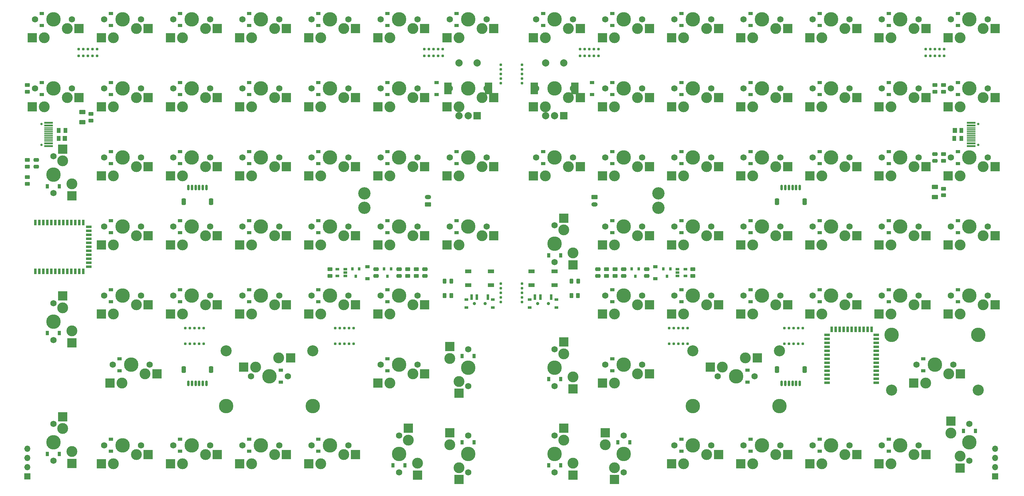
<source format=gbr>
G04 #@! TF.GenerationSoftware,KiCad,Pcbnew,(6.0.1-0)*
G04 #@! TF.CreationDate,2022-04-23T14:38:49+10:00*
G04 #@! TF.ProjectId,pcb,7063622e-6b69-4636-9164-5f7063625858,rev?*
G04 #@! TF.SameCoordinates,Original*
G04 #@! TF.FileFunction,Soldermask,Bot*
G04 #@! TF.FilePolarity,Negative*
%FSLAX46Y46*%
G04 Gerber Fmt 4.6, Leading zero omitted, Abs format (unit mm)*
G04 Created by KiCad (PCBNEW (6.0.1-0)) date 2022-04-23 14:38:49*
%MOMM*%
%LPD*%
G01*
G04 APERTURE LIST*
G04 Aperture macros list*
%AMRoundRect*
0 Rectangle with rounded corners*
0 $1 Rounding radius*
0 $2 $3 $4 $5 $6 $7 $8 $9 X,Y pos of 4 corners*
0 Add a 4 corners polygon primitive as box body*
4,1,4,$2,$3,$4,$5,$6,$7,$8,$9,$2,$3,0*
0 Add four circle primitives for the rounded corners*
1,1,$1+$1,$2,$3*
1,1,$1+$1,$4,$5*
1,1,$1+$1,$6,$7*
1,1,$1+$1,$8,$9*
0 Add four rect primitives between the rounded corners*
20,1,$1+$1,$2,$3,$4,$5,0*
20,1,$1+$1,$4,$5,$6,$7,0*
20,1,$1+$1,$6,$7,$8,$9,0*
20,1,$1+$1,$8,$9,$2,$3,0*%
G04 Aperture macros list end*
%ADD10C,3.048000*%
%ADD11C,3.000000*%
%ADD12C,3.987800*%
%ADD13C,1.750000*%
%ADD14R,2.550000X2.500000*%
%ADD15C,0.787400*%
%ADD16O,3.400000X3.400000*%
%ADD17R,2.500000X2.550000*%
%ADD18RoundRect,0.250000X0.475000X-0.250000X0.475000X0.250000X-0.475000X0.250000X-0.475000X-0.250000X0*%
%ADD19RoundRect,0.250000X-0.475000X0.250000X-0.475000X-0.250000X0.475000X-0.250000X0.475000X0.250000X0*%
%ADD20R,1.200000X1.400000*%
%ADD21R,1.000000X1.400000*%
%ADD22RoundRect,0.250000X-0.625000X0.375000X-0.625000X-0.375000X0.625000X-0.375000X0.625000X0.375000X0*%
%ADD23R,1.700000X1.700000*%
%ADD24O,1.700000X1.700000*%
%ADD25R,0.800000X0.900000*%
%ADD26RoundRect,0.249998X0.450002X-0.262502X0.450002X0.262502X-0.450002X0.262502X-0.450002X-0.262502X0*%
%ADD27RoundRect,0.249998X-0.450002X0.262502X-0.450002X-0.262502X0.450002X-0.262502X0.450002X0.262502X0*%
%ADD28RoundRect,0.249998X0.262502X0.450002X-0.262502X0.450002X-0.262502X-0.450002X0.262502X-0.450002X0*%
%ADD29C,0.900000*%
%ADD30R,1.000000X0.800000*%
%ADD31R,0.700000X1.500000*%
%ADD32R,1.060000X0.650000*%
%ADD33C,0.650000*%
%ADD34R,2.450000X0.600000*%
%ADD35R,2.450000X0.300000*%
%ADD36R,1.700000X1.000000*%
%ADD37R,1.524000X0.700000*%
%ADD38R,0.700000X1.524000*%
%ADD39RoundRect,0.243750X0.243750X0.456250X-0.243750X0.456250X-0.243750X-0.456250X0.243750X-0.456250X0*%
%ADD40R,1.200000X0.900000*%
%ADD41RoundRect,0.249999X-0.625001X0.350001X-0.625001X-0.350001X0.625001X-0.350001X0.625001X0.350001X0*%
%ADD42O,1.750000X1.200000*%
%ADD43RoundRect,0.249999X0.625001X-0.350001X0.625001X0.350001X-0.625001X0.350001X-0.625001X-0.350001X0*%
%ADD44R,0.900000X1.200000*%
%ADD45RoundRect,0.150000X0.150000X0.625000X-0.150000X0.625000X-0.150000X-0.625000X0.150000X-0.625000X0*%
%ADD46RoundRect,0.250000X0.350000X0.650000X-0.350000X0.650000X-0.350000X-0.650000X0.350000X-0.650000X0*%
%ADD47RoundRect,0.250000X-0.450000X0.262500X-0.450000X-0.262500X0.450000X-0.262500X0.450000X0.262500X0*%
%ADD48RoundRect,0.250000X0.450000X-0.262500X0.450000X0.262500X-0.450000X0.262500X-0.450000X-0.262500X0*%
%ADD49RoundRect,0.250000X0.625000X-0.375000X0.625000X0.375000X-0.625000X0.375000X-0.625000X-0.375000X0*%
%ADD50RoundRect,0.150000X-0.150000X-0.625000X0.150000X-0.625000X0.150000X0.625000X-0.150000X0.625000X0*%
%ADD51RoundRect,0.250000X-0.350000X-0.650000X0.350000X-0.650000X0.350000X0.650000X-0.350000X0.650000X0*%
%ADD52RoundRect,0.243750X-0.243750X-0.456250X0.243750X-0.456250X0.243750X0.456250X-0.243750X0.456250X0*%
%ADD53R,2.000000X2.000000*%
%ADD54C,2.000000*%
%ADD55R,2.000000X3.200000*%
%ADD56RoundRect,0.250000X-0.262500X-0.450000X0.262500X-0.450000X0.262500X0.450000X-0.262500X0.450000X0*%
G04 APERTURE END LIST*
D10*
X254825500Y-102235000D03*
D11*
X246697500Y-97790000D03*
D12*
X254825500Y-86995000D03*
D13*
X247967500Y-95250000D03*
X237807500Y-95250000D03*
D10*
X230949500Y-102235000D03*
D12*
X242887500Y-95250000D03*
D11*
X240347500Y-100330000D03*
D12*
X230949500Y-86995000D03*
D14*
X249972500Y-97790000D03*
X237045500Y-100330000D03*
D15*
X129127250Y-15081250D03*
X129127250Y-17621250D03*
X129127250Y-12541250D03*
X129127250Y-13811250D03*
X129127250Y-16351250D03*
D16*
X85725000Y-52006250D03*
X85725000Y-48006250D03*
X166687500Y-48006250D03*
X166687500Y-52006250D03*
D12*
X76200000Y-38100000D03*
D13*
X71120000Y-38100000D03*
D11*
X80010000Y-40640000D03*
X73660000Y-43180000D03*
D13*
X81280000Y-38100000D03*
D14*
X83285000Y-40640000D03*
X70358000Y-43180000D03*
D15*
X242887500Y-8191500D03*
X244157500Y-8191500D03*
X245427500Y-8191500D03*
X240347500Y-8191500D03*
X241617500Y-8191500D03*
D12*
X200056750Y-106680000D03*
D10*
X200056750Y-91440000D03*
D11*
X184308750Y-95885000D03*
X190658750Y-93345000D03*
D10*
X176180750Y-91440000D03*
D12*
X176180750Y-106680000D03*
D13*
X193198750Y-98425000D03*
X183038750Y-98425000D03*
D12*
X188118750Y-98425000D03*
D14*
X181033750Y-95885000D03*
X193960750Y-93345000D03*
D15*
X80168750Y-85185250D03*
X78898750Y-85185250D03*
X82708750Y-85185250D03*
X81438750Y-85185250D03*
X77628750Y-85185250D03*
X8255000Y-8191500D03*
X9525000Y-8191500D03*
X6985000Y-8191500D03*
X12065000Y-8191500D03*
X10795000Y-8191500D03*
D11*
X60960000Y-2540000D03*
D13*
X52070000Y0D03*
D12*
X57150000Y0D03*
D11*
X54610000Y-5080000D03*
D13*
X62230000Y0D03*
D14*
X64235000Y-2540000D03*
X51308000Y-5080000D03*
D13*
X109220000Y-57150000D03*
D12*
X114300000Y-57150000D03*
D11*
X118110000Y-59690000D03*
D13*
X119380000Y-57150000D03*
D11*
X111760000Y-62230000D03*
D14*
X121385000Y-59690000D03*
X108458000Y-62230000D03*
D12*
X233362500Y-117475000D03*
D11*
X230822500Y-122555000D03*
X237172500Y-120015000D03*
D13*
X228282500Y-117475000D03*
X238442500Y-117475000D03*
D14*
X240447500Y-120015000D03*
X227520500Y-122555000D03*
D11*
X192722500Y-5080000D03*
D13*
X190182500Y0D03*
X200342500Y0D03*
D12*
X195262500Y0D03*
D11*
X199072500Y-2540000D03*
D14*
X202347500Y-2540000D03*
X189420500Y-5080000D03*
D11*
X118110000Y-40640000D03*
D13*
X109220000Y-38100000D03*
D11*
X111760000Y-43180000D03*
D13*
X119380000Y-38100000D03*
D12*
X114300000Y-38100000D03*
D14*
X121385000Y-40640000D03*
X108458000Y-43180000D03*
D12*
X233362500Y-19050000D03*
D13*
X238442500Y-19050000D03*
X228282500Y-19050000D03*
D11*
X237172500Y-21590000D03*
X230822500Y-24130000D03*
D14*
X240447500Y-21590000D03*
X227520500Y-24130000D03*
D11*
X173672500Y-122555000D03*
D12*
X176212500Y-117475000D03*
D13*
X181292500Y-117475000D03*
X171132500Y-117475000D03*
D11*
X180022500Y-120015000D03*
D14*
X183297500Y-120015000D03*
X170370500Y-122555000D03*
D11*
X41910000Y-40640000D03*
D12*
X38100000Y-38100000D03*
D13*
X43180000Y-38100000D03*
X33020000Y-38100000D03*
D11*
X35560000Y-43180000D03*
D14*
X45185000Y-40640000D03*
X32258000Y-43180000D03*
D13*
X100330000Y0D03*
X90170000Y0D03*
D11*
X92710000Y-5080000D03*
D12*
X95250000Y0D03*
D11*
X99060000Y-2540000D03*
D14*
X102335000Y-2540000D03*
X89408000Y-5080000D03*
D15*
X82708750Y-89439750D03*
X78898750Y-89439750D03*
X77628750Y-89439750D03*
X81438750Y-89439750D03*
X80168750Y-89439750D03*
D12*
X0Y-116681250D03*
D13*
X0Y-111601250D03*
X0Y-121761250D03*
D11*
X2540000Y-112871250D03*
X5080000Y-119221250D03*
D17*
X2540000Y-109596250D03*
X5080000Y-122523250D03*
D11*
X256222500Y-2540000D03*
D12*
X252412500Y0D03*
D11*
X249872500Y-5080000D03*
D13*
X247332500Y0D03*
X257492500Y0D03*
D14*
X259497500Y-2540000D03*
X246570500Y-5080000D03*
D13*
X209232500Y0D03*
X219392500Y0D03*
D11*
X211772500Y-5080000D03*
D12*
X214312500Y0D03*
D11*
X218122500Y-2540000D03*
D14*
X221397500Y-2540000D03*
X208470500Y-5080000D03*
D11*
X160972500Y-97790000D03*
D13*
X152082500Y-95250000D03*
D12*
X157162500Y-95250000D03*
D11*
X154622500Y-100330000D03*
D13*
X162242500Y-95250000D03*
D14*
X164247500Y-97790000D03*
X151320500Y-100330000D03*
D12*
X233362500Y-57150000D03*
D13*
X238442500Y-57150000D03*
D11*
X230822500Y-62230000D03*
D13*
X228282500Y-57150000D03*
D11*
X237172500Y-59690000D03*
D14*
X240447500Y-59690000D03*
X227520500Y-62230000D03*
D11*
X60960000Y-120015000D03*
D12*
X57150000Y-117475000D03*
D13*
X52070000Y-117475000D03*
X62230000Y-117475000D03*
D11*
X54610000Y-122555000D03*
D14*
X64235000Y-120015000D03*
X51308000Y-122555000D03*
D12*
X19050000Y-19050000D03*
D13*
X24130000Y-19050000D03*
D11*
X16510000Y-24130000D03*
X22860000Y-21590000D03*
D13*
X13970000Y-19050000D03*
D14*
X26135000Y-21590000D03*
X13208000Y-24130000D03*
D15*
X103505000Y-8191500D03*
X104775000Y-8191500D03*
X106045000Y-8191500D03*
X102235000Y-8191500D03*
X107315000Y-8191500D03*
X241617500Y-10064750D03*
X240347500Y-10064750D03*
X245427500Y-10064750D03*
X242887500Y-10064750D03*
X244157500Y-10064750D03*
D11*
X192722500Y-81280000D03*
D13*
X190182500Y-76200000D03*
D11*
X199072500Y-78740000D03*
D12*
X195262500Y-76200000D03*
D13*
X200342500Y-76200000D03*
D14*
X202347500Y-78740000D03*
X189420500Y-81280000D03*
D11*
X111760000Y-99853750D03*
D13*
X114300000Y-101123750D03*
X114300000Y-90963750D03*
D11*
X109220000Y-93503750D03*
D12*
X114300000Y-96043750D03*
D17*
X111760000Y-103128750D03*
X109220000Y-90201750D03*
D13*
X138112500Y-66992500D03*
D11*
X140652500Y-58102500D03*
X143192500Y-64452500D03*
D12*
X138112500Y-61912500D03*
D13*
X138112500Y-56832500D03*
D17*
X140652500Y-54827500D03*
X143192500Y-67754500D03*
D12*
X19050000Y-117475000D03*
D13*
X13970000Y-117475000D03*
D11*
X22860000Y-120015000D03*
X16510000Y-122555000D03*
D13*
X24130000Y-117475000D03*
D14*
X26135000Y-120015000D03*
X13208000Y-122555000D03*
D11*
X160972500Y-40640000D03*
D12*
X157162500Y-38100000D03*
D11*
X154622500Y-43180000D03*
D13*
X162242500Y-38100000D03*
X152082500Y-38100000D03*
D14*
X164247500Y-40640000D03*
X151320500Y-43180000D03*
D12*
X76200000Y-117475000D03*
D13*
X71120000Y-117475000D03*
D11*
X73660000Y-122555000D03*
D13*
X81280000Y-117475000D03*
D11*
X80010000Y-120015000D03*
D14*
X83285000Y-120015000D03*
X70358000Y-122555000D03*
D13*
X90170000Y-76200000D03*
D12*
X95250000Y-76200000D03*
D13*
X100330000Y-76200000D03*
D11*
X99060000Y-78740000D03*
X92710000Y-81280000D03*
D14*
X102335000Y-78740000D03*
X89408000Y-81280000D03*
D13*
X52070000Y-19050000D03*
D11*
X60960000Y-21590000D03*
D12*
X57150000Y-19050000D03*
D11*
X54610000Y-24130000D03*
D13*
X62230000Y-19050000D03*
D14*
X64235000Y-21590000D03*
X51308000Y-24130000D03*
D13*
X0Y-78263750D03*
D11*
X5080000Y-85883750D03*
X2540000Y-79533750D03*
D13*
X0Y-88423750D03*
D12*
X0Y-83343750D03*
D17*
X2540000Y-76258750D03*
X5080000Y-89185750D03*
D11*
X211772500Y-122555000D03*
D12*
X214312500Y-117475000D03*
D11*
X218122500Y-120015000D03*
D13*
X209232500Y-117475000D03*
X219392500Y-117475000D03*
D14*
X221397500Y-120015000D03*
X208470500Y-122555000D03*
D11*
X80010000Y-59690000D03*
D12*
X76200000Y-57150000D03*
D11*
X73660000Y-62230000D03*
D13*
X81280000Y-57150000D03*
X71120000Y-57150000D03*
D14*
X83285000Y-59690000D03*
X70358000Y-62230000D03*
D13*
X257492500Y-19050000D03*
X247332500Y-19050000D03*
D11*
X256222500Y-21590000D03*
D12*
X252412500Y-19050000D03*
D11*
X249872500Y-24130000D03*
D14*
X259497500Y-21590000D03*
X246570500Y-24130000D03*
D13*
X181292500Y-57150000D03*
D11*
X180022500Y-59690000D03*
D12*
X176212500Y-57150000D03*
D11*
X173672500Y-62230000D03*
D13*
X171132500Y-57150000D03*
D14*
X183297500Y-59690000D03*
X170370500Y-62230000D03*
D13*
X16351250Y-95250000D03*
D12*
X21431250Y-95250000D03*
D11*
X25241250Y-97790000D03*
X18891250Y-100330000D03*
D13*
X26511250Y-95250000D03*
D14*
X28516250Y-97790000D03*
X15589250Y-100330000D03*
D15*
X206533750Y-85185250D03*
X201453750Y-85185250D03*
X203993750Y-85185250D03*
X205263750Y-85185250D03*
X202723750Y-85185250D03*
D14*
X227520500Y-81280000D03*
X240447500Y-78740000D03*
D11*
X230822500Y-81280000D03*
D12*
X233362500Y-76200000D03*
D11*
X237172500Y-78740000D03*
D13*
X238442500Y-76200000D03*
X228282500Y-76200000D03*
D11*
X143192500Y-98583750D03*
D12*
X138112500Y-96043750D03*
D13*
X138112500Y-90963750D03*
D11*
X140652500Y-92233750D03*
D13*
X138112500Y-101123750D03*
D17*
X140652500Y-88958750D03*
X143192500Y-101885750D03*
D15*
X206533750Y-89439750D03*
X201453750Y-89439750D03*
X203993750Y-89439750D03*
X202723750Y-89439750D03*
X205263750Y-89439750D03*
X172243750Y-85185250D03*
X169703750Y-85185250D03*
X173513750Y-85185250D03*
X174783750Y-85185250D03*
X170973750Y-85185250D03*
D11*
X218122500Y-78740000D03*
D13*
X219392500Y-76200000D03*
X209232500Y-76200000D03*
D11*
X211772500Y-81280000D03*
D12*
X214312500Y-76200000D03*
D14*
X221397500Y-78740000D03*
X208470500Y-81280000D03*
D11*
X80010000Y-2540000D03*
D12*
X76200000Y0D03*
D11*
X73660000Y-5080000D03*
D13*
X81280000Y0D03*
X71120000Y0D03*
D14*
X83285000Y-2540000D03*
X70358000Y-5080000D03*
D15*
X41433750Y-85185250D03*
X37623750Y-85185250D03*
X38893750Y-85185250D03*
X36353750Y-85185250D03*
X40163750Y-85185250D03*
D12*
X38100000Y-117475000D03*
D13*
X43180000Y-117475000D03*
D11*
X41910000Y-120015000D03*
X35560000Y-122555000D03*
D13*
X33020000Y-117475000D03*
D14*
X45185000Y-120015000D03*
X32258000Y-122555000D03*
D13*
X43180000Y-57150000D03*
X33020000Y-57150000D03*
D11*
X41910000Y-59690000D03*
D12*
X38100000Y-57150000D03*
D11*
X35560000Y-62230000D03*
D14*
X45185000Y-59690000D03*
X32258000Y-62230000D03*
D13*
X138112500Y-114776250D03*
D11*
X143192500Y-122396250D03*
D12*
X138112500Y-119856250D03*
D13*
X138112500Y-124936250D03*
D11*
X140652500Y-116046250D03*
D17*
X140652500Y-112771250D03*
X143192500Y-125698250D03*
D11*
X249872500Y-120491250D03*
D13*
X252412500Y-111601250D03*
X252412500Y-121761250D03*
D11*
X247332500Y-114141250D03*
D12*
X252412500Y-116681250D03*
D17*
X249872500Y-123766250D03*
X247332500Y-110839250D03*
D12*
X233362500Y0D03*
D13*
X228282500Y0D03*
X238442500Y0D03*
D11*
X237172500Y-2540000D03*
X230822500Y-5080000D03*
D14*
X240447500Y-2540000D03*
X227520500Y-5080000D03*
D11*
X160972500Y-59690000D03*
D13*
X152082500Y-57150000D03*
D11*
X154622500Y-62230000D03*
D12*
X157162500Y-57150000D03*
D13*
X162242500Y-57150000D03*
D14*
X164247500Y-59690000D03*
X151320500Y-62230000D03*
D11*
X60960000Y-40640000D03*
X54610000Y-43180000D03*
D12*
X57150000Y-38100000D03*
D13*
X52070000Y-38100000D03*
X62230000Y-38100000D03*
D14*
X64235000Y-40640000D03*
X51308000Y-43180000D03*
D12*
X0Y-19050000D03*
D11*
X-2540000Y-24130000D03*
D13*
X-5080000Y-19050000D03*
X5080000Y-19050000D03*
D11*
X3810000Y-21590000D03*
D14*
X7085000Y-21590000D03*
X-5842000Y-24130000D03*
D15*
X6985000Y-10064750D03*
X10795000Y-10064750D03*
X8255000Y-10064750D03*
X9525000Y-10064750D03*
X12065000Y-10064750D03*
D12*
X38100000Y-19050000D03*
D11*
X35560000Y-24130000D03*
X41910000Y-21590000D03*
D13*
X33020000Y-19050000D03*
X43180000Y-19050000D03*
D14*
X45185000Y-21590000D03*
X32258000Y-24130000D03*
D11*
X3810000Y-2540000D03*
D12*
X0Y0D03*
D13*
X5080000Y0D03*
X-5080000Y0D03*
D11*
X-2540000Y-5080000D03*
D14*
X7085000Y-2540000D03*
X-5842000Y-5080000D03*
D13*
X52070000Y-76200000D03*
D11*
X54610000Y-81280000D03*
X60960000Y-78740000D03*
D12*
X57150000Y-76200000D03*
D13*
X62230000Y-76200000D03*
D14*
X64235000Y-78740000D03*
X51308000Y-81280000D03*
D12*
X157162500Y-19050000D03*
D13*
X162242500Y-19050000D03*
X152082500Y-19050000D03*
D11*
X160972500Y-21590000D03*
X154622500Y-24130000D03*
D14*
X164247500Y-21590000D03*
X151320500Y-24130000D03*
D13*
X143192500Y-38100000D03*
D11*
X141922500Y-40640000D03*
D13*
X133032500Y-38100000D03*
D11*
X135572500Y-43180000D03*
D12*
X138112500Y-38100000D03*
D14*
X145197500Y-40640000D03*
X132270500Y-43180000D03*
D15*
X147637500Y-8191500D03*
X150177500Y-8191500D03*
X146367500Y-8191500D03*
X145097500Y-8191500D03*
X148907500Y-8191500D03*
D11*
X211772500Y-43180000D03*
D13*
X219392500Y-38100000D03*
D11*
X218122500Y-40640000D03*
D13*
X209232500Y-38100000D03*
D12*
X214312500Y-38100000D03*
D14*
X221397500Y-40640000D03*
X208470500Y-43180000D03*
D15*
X150177500Y-10064750D03*
X146367500Y-10064750D03*
X148907500Y-10064750D03*
X145097500Y-10064750D03*
X147637500Y-10064750D03*
D12*
X19050000Y-76200000D03*
D13*
X24130000Y-76200000D03*
D11*
X22860000Y-78740000D03*
D13*
X13970000Y-76200000D03*
D11*
X16510000Y-81280000D03*
D14*
X26135000Y-78740000D03*
X13208000Y-81280000D03*
D13*
X100330000Y-19050000D03*
D11*
X92710000Y-24130000D03*
D12*
X95250000Y-19050000D03*
D13*
X90170000Y-19050000D03*
D11*
X99060000Y-21590000D03*
D14*
X102335000Y-21590000D03*
X89408000Y-24130000D03*
D13*
X33020000Y0D03*
D12*
X38100000Y0D03*
D11*
X35560000Y-5080000D03*
D13*
X43180000Y0D03*
D11*
X41910000Y-2540000D03*
D14*
X45185000Y-2540000D03*
X32258000Y-5080000D03*
D13*
X219392500Y-19050000D03*
X209232500Y-19050000D03*
D11*
X218122500Y-21590000D03*
D12*
X214312500Y-19050000D03*
D11*
X211772500Y-24130000D03*
D14*
X221397500Y-21590000D03*
X208470500Y-24130000D03*
D11*
X73660000Y-81280000D03*
X80010000Y-78740000D03*
D13*
X71120000Y-76200000D03*
D12*
X76200000Y-76200000D03*
D13*
X81280000Y-76200000D03*
D14*
X83285000Y-78740000D03*
X70358000Y-81280000D03*
D12*
X57150000Y-57150000D03*
D13*
X52070000Y-57150000D03*
D11*
X60960000Y-59690000D03*
D13*
X62230000Y-57150000D03*
D11*
X54610000Y-62230000D03*
D14*
X64235000Y-59690000D03*
X51308000Y-62230000D03*
D13*
X54451250Y-98425000D03*
X64611250Y-98425000D03*
D11*
X55721250Y-95885000D03*
D12*
X47593250Y-106680000D03*
D11*
X62071250Y-93345000D03*
D10*
X71469250Y-91440000D03*
X47593250Y-91440000D03*
D12*
X71469250Y-106680000D03*
X59531250Y-98425000D03*
D14*
X52446250Y-95885000D03*
X65373250Y-93345000D03*
D12*
X214312500Y-57150000D03*
D13*
X209232500Y-57150000D03*
X219392500Y-57150000D03*
D11*
X218122500Y-59690000D03*
X211772500Y-62230000D03*
D14*
X221397500Y-59690000D03*
X208470500Y-62230000D03*
D15*
X174783750Y-89439750D03*
X172243750Y-89439750D03*
X170973750Y-89439750D03*
X169703750Y-89439750D03*
X173513750Y-89439750D03*
D13*
X152082500Y-76200000D03*
D12*
X157162500Y-76200000D03*
D13*
X162242500Y-76200000D03*
D11*
X160972500Y-78740000D03*
X154622500Y-81280000D03*
D14*
X164247500Y-78740000D03*
X151320500Y-81280000D03*
D12*
X95250000Y-119856250D03*
D11*
X100330000Y-122396250D03*
D13*
X95250000Y-114776250D03*
D11*
X97790000Y-116046250D03*
D13*
X95250000Y-124936250D03*
D17*
X97790000Y-112771250D03*
X100330000Y-125698250D03*
D13*
X257492500Y-76200000D03*
D12*
X252412500Y-76200000D03*
D13*
X247332500Y-76200000D03*
D11*
X256222500Y-78740000D03*
X249872500Y-81280000D03*
D14*
X259497500Y-78740000D03*
X246570500Y-81280000D03*
D13*
X190182500Y-38100000D03*
D11*
X192722500Y-43180000D03*
D12*
X195262500Y-38100000D03*
D13*
X200342500Y-38100000D03*
D11*
X199072500Y-40640000D03*
D14*
X202347500Y-40640000D03*
X189420500Y-43180000D03*
D12*
X195262500Y-19050000D03*
D11*
X199072500Y-21590000D03*
D13*
X200342500Y-19050000D03*
X190182500Y-19050000D03*
D11*
X192722500Y-24130000D03*
D14*
X202347500Y-21590000D03*
X189420500Y-24130000D03*
D15*
X123285250Y-13811250D03*
X123285250Y-12541250D03*
X123285250Y-16351250D03*
X123285250Y-17621250D03*
X123285250Y-15081250D03*
D13*
X13970000Y0D03*
X24130000Y0D03*
D11*
X16510000Y-5080000D03*
X22860000Y-2540000D03*
D12*
X19050000Y0D03*
D14*
X26135000Y-2540000D03*
X13208000Y-5080000D03*
D13*
X81280000Y-19050000D03*
D12*
X76200000Y-19050000D03*
D11*
X80010000Y-21590000D03*
X73660000Y-24130000D03*
D13*
X71120000Y-19050000D03*
D14*
X83285000Y-21590000D03*
X70358000Y-24130000D03*
D12*
X95250000Y-57150000D03*
D13*
X100330000Y-57150000D03*
X90170000Y-57150000D03*
D11*
X92710000Y-62230000D03*
X99060000Y-59690000D03*
D14*
X102335000Y-59690000D03*
X89408000Y-62230000D03*
D13*
X190182500Y-117475000D03*
X200342500Y-117475000D03*
D11*
X192722500Y-122555000D03*
D12*
X195262500Y-117475000D03*
D11*
X199072500Y-120015000D03*
D14*
X202347500Y-120015000D03*
X189420500Y-122555000D03*
D12*
X95250000Y-38100000D03*
D11*
X92710000Y-43180000D03*
D13*
X90170000Y-38100000D03*
D11*
X99060000Y-40640000D03*
D13*
X100330000Y-38100000D03*
D14*
X102335000Y-40640000D03*
X89408000Y-43180000D03*
D11*
X111760000Y-24130000D03*
D13*
X119380000Y-19050000D03*
D11*
X118110000Y-21590000D03*
D13*
X109220000Y-19050000D03*
D12*
X114300000Y-19050000D03*
D14*
X121385000Y-21590000D03*
X108458000Y-24130000D03*
D15*
X38893750Y-89439750D03*
X36353750Y-89439750D03*
X40163750Y-89439750D03*
X37623750Y-89439750D03*
X41433750Y-89439750D03*
X103505000Y-10064750D03*
X102235000Y-10064750D03*
X104775000Y-10064750D03*
X107315000Y-10064750D03*
X106045000Y-10064750D03*
D12*
X176212500Y-38100000D03*
D11*
X173672500Y-43180000D03*
D13*
X181292500Y-38100000D03*
D11*
X180022500Y-40640000D03*
D13*
X171132500Y-38100000D03*
D14*
X183297500Y-40640000D03*
X170370500Y-43180000D03*
D13*
X143192500Y0D03*
D12*
X138112500Y0D03*
D11*
X141922500Y-2540000D03*
D13*
X133032500Y0D03*
D11*
X135572500Y-5080000D03*
D14*
X145197500Y-2540000D03*
X132270500Y-5080000D03*
D12*
X233362500Y-38100000D03*
D13*
X238442500Y-38100000D03*
D11*
X230822500Y-43180000D03*
D13*
X228282500Y-38100000D03*
D11*
X237172500Y-40640000D03*
D14*
X240447500Y-40640000D03*
X227520500Y-43180000D03*
D11*
X135572500Y-24130000D03*
X141922500Y-21590000D03*
D13*
X133032500Y-19050000D03*
X143192500Y-19050000D03*
D12*
X138112500Y-19050000D03*
D14*
X145197500Y-21590000D03*
X132270500Y-24130000D03*
D15*
X123285250Y-77946250D03*
X123285250Y-75406250D03*
X123285250Y-72866250D03*
X123285250Y-76676250D03*
X123285250Y-74136250D03*
D13*
X0Y-37782500D03*
D11*
X2540000Y-39052500D03*
D12*
X0Y-42862500D03*
D13*
X0Y-47942500D03*
D11*
X5080000Y-45402500D03*
D17*
X2540000Y-35777500D03*
X5080000Y-48704500D03*
D13*
X171132500Y0D03*
D11*
X180022500Y-2540000D03*
D12*
X176212500Y0D03*
D13*
X181292500Y0D03*
D11*
X173672500Y-5080000D03*
D14*
X183297500Y-2540000D03*
X170370500Y-5080000D03*
D12*
X252412500Y-57150000D03*
D13*
X247332500Y-57150000D03*
D11*
X256222500Y-59690000D03*
X249872500Y-62230000D03*
D13*
X257492500Y-57150000D03*
D14*
X259497500Y-59690000D03*
X246570500Y-62230000D03*
D12*
X19050000Y-38100000D03*
D11*
X16510000Y-43180000D03*
X22860000Y-40640000D03*
D13*
X13970000Y-38100000D03*
X24130000Y-38100000D03*
D14*
X26135000Y-40640000D03*
X13208000Y-43180000D03*
D15*
X129127250Y-74136250D03*
X129127250Y-75406250D03*
X129127250Y-76676250D03*
X129127250Y-77946250D03*
X129127250Y-72866250D03*
D13*
X114300000Y-124936250D03*
D12*
X114300000Y-119856250D03*
D11*
X111760000Y-123666250D03*
X109220000Y-117316250D03*
D13*
X114300000Y-114776250D03*
D17*
X111760000Y-126941250D03*
X109220000Y-114014250D03*
D11*
X22860000Y-59690000D03*
D12*
X19050000Y-57150000D03*
D13*
X13970000Y-57150000D03*
X24130000Y-57150000D03*
D11*
X16510000Y-62230000D03*
D14*
X26135000Y-59690000D03*
X13208000Y-62230000D03*
D12*
X157162500Y-119856250D03*
D11*
X154622500Y-123666250D03*
X152082500Y-117316250D03*
D13*
X157162500Y-124936250D03*
X157162500Y-114776250D03*
D17*
X154622500Y-126941250D03*
X152082500Y-114014250D03*
D11*
X154622500Y-5080000D03*
X160972500Y-2540000D03*
D13*
X152082500Y0D03*
D12*
X157162500Y0D03*
D13*
X162242500Y0D03*
D14*
X164247500Y-2540000D03*
X151320500Y-5080000D03*
D12*
X176212500Y-19050000D03*
D11*
X180022500Y-21590000D03*
D13*
X171132500Y-19050000D03*
X181292500Y-19050000D03*
D11*
X173672500Y-24130000D03*
D14*
X183297500Y-21590000D03*
X170370500Y-24130000D03*
D12*
X252412500Y-38100000D03*
D13*
X257492500Y-38100000D03*
D11*
X249872500Y-43180000D03*
D13*
X247332500Y-38100000D03*
D11*
X256222500Y-40640000D03*
D14*
X259497500Y-40640000D03*
X246570500Y-43180000D03*
D13*
X119380000Y0D03*
D11*
X118110000Y-2540000D03*
D12*
X114300000Y0D03*
D11*
X111760000Y-5080000D03*
D13*
X109220000Y0D03*
D14*
X121385000Y-2540000D03*
X108458000Y-5080000D03*
D11*
X35560000Y-81280000D03*
D12*
X38100000Y-76200000D03*
D13*
X33020000Y-76200000D03*
X43180000Y-76200000D03*
D11*
X41910000Y-78740000D03*
D14*
X45185000Y-78740000D03*
X32258000Y-81280000D03*
D13*
X200342500Y-57150000D03*
X190182500Y-57150000D03*
D11*
X192722500Y-62230000D03*
D12*
X195262500Y-57150000D03*
D11*
X199072500Y-59690000D03*
D14*
X202347500Y-59690000D03*
X189420500Y-62230000D03*
D13*
X171132500Y-76200000D03*
D11*
X180022500Y-78740000D03*
D13*
X181292500Y-76200000D03*
D12*
X176212500Y-76200000D03*
D11*
X173672500Y-81280000D03*
D14*
X183297500Y-78740000D03*
X170370500Y-81280000D03*
D13*
X90170000Y-95250000D03*
X100330000Y-95250000D03*
D11*
X92710000Y-100330000D03*
X99060000Y-97790000D03*
D12*
X95250000Y-95250000D03*
D14*
X102335000Y-97790000D03*
X89408000Y-100330000D03*
D18*
X-4762500Y-40637500D03*
X-4762500Y-38737500D03*
D19*
X163512500Y-68900000D03*
X163512500Y-70800000D03*
D18*
X157162500Y-70800000D03*
X157162500Y-68900000D03*
D20*
X248467500Y-30650000D03*
D21*
X250187500Y-30650000D03*
X250187500Y-32850000D03*
X248287500Y-32850000D03*
D22*
X7937500Y-25587500D03*
X7937500Y-28387500D03*
D23*
X259556250Y-126037500D03*
D24*
X259556250Y-123497500D03*
X259556250Y-120957500D03*
X259556250Y-118417500D03*
D25*
X168118750Y-68850000D03*
X170018750Y-68850000D03*
X169068750Y-70850000D03*
D26*
X-7143750Y-45362500D03*
X-7143750Y-43537500D03*
D27*
X10318750Y-26075000D03*
X10318750Y-27900000D03*
X-7143750Y-18137500D03*
X-7143750Y-19962500D03*
D28*
X109656250Y-76200000D03*
X107831250Y-76200000D03*
D27*
X245268750Y-18137500D03*
X245268750Y-19962500D03*
X245268750Y-37187500D03*
X245268750Y-39012500D03*
D26*
X176212500Y-70762500D03*
X176212500Y-68937500D03*
D27*
X152400000Y-68937500D03*
X152400000Y-70762500D03*
D26*
X154781250Y-70762500D03*
X154781250Y-68937500D03*
D29*
X136437500Y-78398750D03*
D30*
X138587500Y-79498750D03*
X138587500Y-77288750D03*
D29*
X133437500Y-78398750D03*
D30*
X131287500Y-79498750D03*
X131287500Y-77288750D03*
D31*
X137187500Y-76638750D03*
X134187500Y-76638750D03*
X132687500Y-76638750D03*
D32*
X171937500Y-70800000D03*
X171937500Y-69850000D03*
X171937500Y-68900000D03*
X174137500Y-68900000D03*
X174137500Y-70800000D03*
D25*
X159387500Y-68850000D03*
X161287500Y-68850000D03*
X160337500Y-70850000D03*
D33*
X-3275000Y-28860000D03*
X-3275000Y-34640000D03*
D34*
X-1330000Y-34975000D03*
X-1330000Y-34200000D03*
D35*
X-1330000Y-33500000D03*
X-1330000Y-33000000D03*
X-1330000Y-32500000D03*
X-1330000Y-32000000D03*
X-1330000Y-31500000D03*
X-1330000Y-31000000D03*
X-1330000Y-30500000D03*
X-1330000Y-30000000D03*
D34*
X-1330000Y-29300000D03*
X-1330000Y-28525000D03*
D33*
X254893750Y-34640000D03*
X254893750Y-28860000D03*
D34*
X252948750Y-28525000D03*
X252948750Y-29300000D03*
D35*
X252948750Y-30000000D03*
X252948750Y-30500000D03*
X252948750Y-31000000D03*
X252948750Y-31500000D03*
X252948750Y-32000000D03*
X252948750Y-32500000D03*
X252948750Y-33000000D03*
X252948750Y-33500000D03*
D34*
X252948750Y-34200000D03*
X252948750Y-34975000D03*
D36*
X131787500Y-69537500D03*
X138087500Y-69537500D03*
X138087500Y-73337500D03*
X131787500Y-73337500D03*
D20*
X3151250Y-32850000D03*
D21*
X1431250Y-32850000D03*
X1431250Y-30650000D03*
X3331250Y-30650000D03*
D18*
X150018750Y-70800000D03*
X150018750Y-68900000D03*
D30*
X113825000Y-79498750D03*
X121125000Y-77288750D03*
X121125000Y-79498750D03*
X113825000Y-77288750D03*
D29*
X118975000Y-78398750D03*
X115975000Y-78398750D03*
D31*
X119725000Y-76638750D03*
X116725000Y-76638750D03*
X115225000Y-76638750D03*
D32*
X80475000Y-68900000D03*
X80475000Y-69850000D03*
X80475000Y-70800000D03*
X78275000Y-70800000D03*
X78275000Y-68900000D03*
D37*
X213250000Y-100200000D03*
X213250000Y-99100000D03*
X213250000Y-98000000D03*
X213250000Y-96900000D03*
X213250000Y-95800000D03*
X213250000Y-94700000D03*
X213250000Y-93600000D03*
X213250000Y-92500000D03*
X213250000Y-91400000D03*
X213250000Y-90300000D03*
X213250000Y-89200000D03*
X213250000Y-88100000D03*
X213250000Y-87000000D03*
D38*
X214500000Y-85500000D03*
X215600000Y-85500000D03*
X216700000Y-85500000D03*
X217800000Y-85500000D03*
X218900000Y-85500000D03*
X220000000Y-85500000D03*
X221100000Y-85500000D03*
X222200000Y-85500000D03*
X223300000Y-85500000D03*
X224400000Y-85500000D03*
X225500000Y-85500000D03*
D37*
X226750000Y-87000000D03*
X226750000Y-88100000D03*
X226750000Y-89200000D03*
X226750000Y-90300000D03*
X226750000Y-91400000D03*
X226750000Y-92500000D03*
X226750000Y-93600000D03*
X226750000Y-94700000D03*
X226750000Y-95800000D03*
X226750000Y-96900000D03*
X226750000Y-98000000D03*
X226750000Y-99100000D03*
X226750000Y-100200000D03*
D38*
X-4950000Y-56000000D03*
X-3850000Y-56000000D03*
X-2750000Y-56000000D03*
X-1650000Y-56000000D03*
X-550000Y-56000000D03*
X550000Y-56000000D03*
X1650000Y-56000000D03*
X2750000Y-56000000D03*
X3850000Y-56000000D03*
X4950000Y-56000000D03*
X6050000Y-56000000D03*
X7150000Y-56000000D03*
X8250000Y-56000000D03*
D37*
X9750000Y-57250000D03*
X9750000Y-58350000D03*
X9750000Y-59450000D03*
X9750000Y-60550000D03*
X9750000Y-61650000D03*
X9750000Y-62750000D03*
X9750000Y-63850000D03*
X9750000Y-64950000D03*
X9750000Y-66050000D03*
X9750000Y-67150000D03*
X9750000Y-68250000D03*
D38*
X8250000Y-69500000D03*
X7150000Y-69500000D03*
X6050000Y-69500000D03*
X4950000Y-69500000D03*
X3850000Y-69500000D03*
X2750000Y-69500000D03*
X1650000Y-69500000D03*
X550000Y-69500000D03*
X-550000Y-69500000D03*
X-1650000Y-69500000D03*
X-2750000Y-69500000D03*
X-3850000Y-69500000D03*
X-4950000Y-69500000D03*
D39*
X109681250Y-72231250D03*
X107806250Y-72231250D03*
D40*
X86518750Y-71500000D03*
X86518750Y-68200000D03*
D25*
X82393750Y-68850000D03*
X84293750Y-68850000D03*
X83343750Y-70850000D03*
D26*
X76200000Y-70762500D03*
X76200000Y-68937500D03*
D27*
X100012500Y-68937500D03*
X100012500Y-70762500D03*
D26*
X97631250Y-70762500D03*
X97631250Y-68937500D03*
D18*
X102393750Y-70800000D03*
X102393750Y-68900000D03*
D19*
X95250000Y-68900000D03*
X95250000Y-70800000D03*
X88900000Y-68900000D03*
X88900000Y-70800000D03*
D25*
X91125000Y-68850000D03*
X93025000Y-68850000D03*
X92075000Y-70850000D03*
D23*
X-7143750Y-126037500D03*
D24*
X-7143750Y-123497500D03*
X-7143750Y-120957500D03*
X-7143750Y-118417500D03*
D26*
X-7143750Y-40600000D03*
X-7143750Y-38775000D03*
D41*
X149156250Y-49006250D03*
D42*
X149156250Y-51006250D03*
D43*
X103256250Y-51006250D03*
D42*
X103256250Y-49006250D03*
D40*
X211137500Y1650000D03*
X211137500Y-1650000D03*
X92075000Y-74550000D03*
X92075000Y-77850000D03*
X211137500Y-55500000D03*
X211137500Y-58800000D03*
X192087500Y-55500000D03*
X192087500Y-58800000D03*
X34925000Y-36450000D03*
X34925000Y-39750000D03*
D44*
X136462500Y-65087500D03*
X139762500Y-65087500D03*
D40*
X191293750Y-100075000D03*
X191293750Y-96775000D03*
X192087500Y-36450000D03*
X192087500Y-39750000D03*
X192087500Y1650000D03*
X192087500Y-1650000D03*
X-3175000Y-17400000D03*
X-3175000Y-20700000D03*
X165893750Y-71500000D03*
X165893750Y-68200000D03*
X73025000Y1650000D03*
X73025000Y-1650000D03*
X53975000Y1650000D03*
X53975000Y-1650000D03*
X211137500Y-115825000D03*
X211137500Y-119125000D03*
D45*
X205700000Y-46418750D03*
X204700000Y-46418750D03*
X203700000Y-46418750D03*
X202700000Y-46418750D03*
X201700000Y-46418750D03*
X200700000Y-46418750D03*
D46*
X207000000Y-50293750D03*
X199400000Y-50293750D03*
D40*
X34925000Y-55500000D03*
X34925000Y-58800000D03*
X62706250Y-100075000D03*
X62706250Y-96775000D03*
X153987500Y-55500000D03*
X153987500Y-58800000D03*
X15875000Y-115825000D03*
X15875000Y-119125000D03*
X73025000Y-17400000D03*
X73025000Y-20700000D03*
D44*
X136462500Y-123031250D03*
X139762500Y-123031250D03*
D47*
X242887500Y-18137500D03*
X242887500Y-19962500D03*
D40*
X53975000Y-17400000D03*
X53975000Y-20700000D03*
X230187500Y-55500000D03*
X230187500Y-58800000D03*
X192087500Y-17400000D03*
X192087500Y-20700000D03*
X-3175000Y1650000D03*
X-3175000Y-1650000D03*
D48*
X245268750Y-48537500D03*
X245268750Y-46712500D03*
D40*
X173037500Y-74550000D03*
X173037500Y-77850000D03*
D49*
X242887500Y-49025000D03*
X242887500Y-46225000D03*
D40*
X249237500Y-36450000D03*
X249237500Y-39750000D03*
X34925000Y-115825000D03*
X34925000Y-119125000D03*
D44*
X93600000Y-123031250D03*
X96900000Y-123031250D03*
X115950000Y-116681250D03*
X112650000Y-116681250D03*
D40*
X111125000Y-36450000D03*
X111125000Y-39750000D03*
X230187500Y-17400000D03*
X230187500Y-20700000D03*
X53975000Y-74550000D03*
X53975000Y-77850000D03*
X15875000Y-74550000D03*
X15875000Y-77850000D03*
X173037500Y1650000D03*
X173037500Y-1650000D03*
X92075000Y-17400000D03*
X92075000Y-20700000D03*
X111125000Y1650000D03*
X111125000Y-1650000D03*
D19*
X242887500Y-37150000D03*
X242887500Y-39050000D03*
D50*
X37187500Y-100425000D03*
X38187500Y-100425000D03*
X39187500Y-100425000D03*
X40187500Y-100425000D03*
X41187500Y-100425000D03*
X42187500Y-100425000D03*
D51*
X43487500Y-96550000D03*
X35887500Y-96550000D03*
D40*
X53975000Y-55500000D03*
X53975000Y-58800000D03*
X53975000Y-115825000D03*
X53975000Y-119125000D03*
D44*
X-1650000Y-46037500D03*
X1650000Y-46037500D03*
D40*
X18256250Y-93600000D03*
X18256250Y-96900000D03*
X153987500Y1650000D03*
X153987500Y-1650000D03*
X153987500Y-36450000D03*
X153987500Y-39750000D03*
X73025000Y-74550000D03*
X73025000Y-77850000D03*
D44*
X136462500Y-99218750D03*
X139762500Y-99218750D03*
D40*
X34925000Y1650000D03*
X34925000Y-1650000D03*
X148431250Y-17400000D03*
X148431250Y-20700000D03*
D44*
X254062500Y-113506250D03*
X250762500Y-113506250D03*
D40*
X73025000Y-55500000D03*
X73025000Y-58800000D03*
X192087500Y-115825000D03*
X192087500Y-119125000D03*
X173037500Y-17400000D03*
X173037500Y-20700000D03*
X92075000Y-93600000D03*
X92075000Y-96900000D03*
D45*
X42187500Y-46418750D03*
X41187500Y-46418750D03*
X40187500Y-46418750D03*
X39187500Y-46418750D03*
X38187500Y-46418750D03*
X37187500Y-46418750D03*
D46*
X35887500Y-50293750D03*
X43487500Y-50293750D03*
D40*
X92075000Y-55500000D03*
X92075000Y-58800000D03*
X15875000Y-55500000D03*
X15875000Y-58800000D03*
X134937500Y-36450000D03*
X134937500Y-39750000D03*
X249237500Y-55500000D03*
X249237500Y-58800000D03*
X230187500Y-74550000D03*
X230187500Y-77850000D03*
X153987500Y-93600000D03*
X153987500Y-96900000D03*
D52*
X142731250Y-72231250D03*
X144606250Y-72231250D03*
D40*
X153987500Y-17400000D03*
X153987500Y-20700000D03*
X134937500Y1650000D03*
X134937500Y-1650000D03*
D44*
X-1650000Y-119856250D03*
X1650000Y-119856250D03*
D40*
X211137500Y-36450000D03*
X211137500Y-39750000D03*
D44*
X-1650000Y-86518750D03*
X1650000Y-86518750D03*
D40*
X73025000Y-115825000D03*
X73025000Y-119125000D03*
X230187500Y-36450000D03*
X230187500Y-39750000D03*
X15875000Y-17400000D03*
X15875000Y-20700000D03*
X249237500Y-17400000D03*
X249237500Y-20700000D03*
D53*
X116800000Y-26550000D03*
D54*
X111800000Y-26550000D03*
X114300000Y-26550000D03*
D55*
X119900000Y-19050000D03*
X108700000Y-19050000D03*
D54*
X111800000Y-12050000D03*
X116800000Y-12050000D03*
D56*
X142756250Y-76200000D03*
X144581250Y-76200000D03*
D40*
X15875000Y1650000D03*
X15875000Y-1650000D03*
X249237500Y-74550000D03*
X249237500Y-77850000D03*
D53*
X140612500Y-26550000D03*
D54*
X135612500Y-26550000D03*
X138112500Y-26550000D03*
D55*
X143712500Y-19050000D03*
X132512500Y-19050000D03*
D54*
X135612500Y-12050000D03*
X140612500Y-12050000D03*
D40*
X211137500Y-17400000D03*
X211137500Y-20700000D03*
X173037500Y-55500000D03*
X173037500Y-58800000D03*
X34925000Y-74550000D03*
X34925000Y-77850000D03*
X92075000Y-36450000D03*
X92075000Y-39750000D03*
X15875000Y-36450000D03*
X15875000Y-39750000D03*
X53975000Y-36450000D03*
X53975000Y-39750000D03*
D50*
X200700000Y-100425000D03*
X201700000Y-100425000D03*
X202700000Y-100425000D03*
X203700000Y-100425000D03*
X204700000Y-100425000D03*
X205700000Y-100425000D03*
D51*
X207000000Y-96550000D03*
X199400000Y-96550000D03*
D44*
X115950000Y-92868750D03*
X112650000Y-92868750D03*
D40*
X173037500Y-36450000D03*
X173037500Y-39750000D03*
X34925000Y-17400000D03*
X34925000Y-20700000D03*
X73025000Y-36450000D03*
X73025000Y-39750000D03*
D44*
X158812500Y-116681250D03*
X155512500Y-116681250D03*
D40*
X192087500Y-74550000D03*
X192087500Y-77850000D03*
X92075000Y1650000D03*
X92075000Y-1650000D03*
X230187500Y-115825000D03*
X230187500Y-119125000D03*
X239712500Y-93600000D03*
X239712500Y-96900000D03*
X211137500Y-74550000D03*
X211137500Y-77850000D03*
X230187500Y1650000D03*
X230187500Y-1650000D03*
X249237500Y1650000D03*
X249237500Y-1650000D03*
D36*
X120625000Y-73337500D03*
X114325000Y-73337500D03*
X114325000Y-69537500D03*
X120625000Y-69537500D03*
D40*
X153987500Y-74550000D03*
X153987500Y-77850000D03*
X173037500Y-115825000D03*
X173037500Y-119125000D03*
X111125000Y-55500000D03*
X111125000Y-58800000D03*
X105568750Y-17400000D03*
X105568750Y-20700000D03*
M02*

</source>
